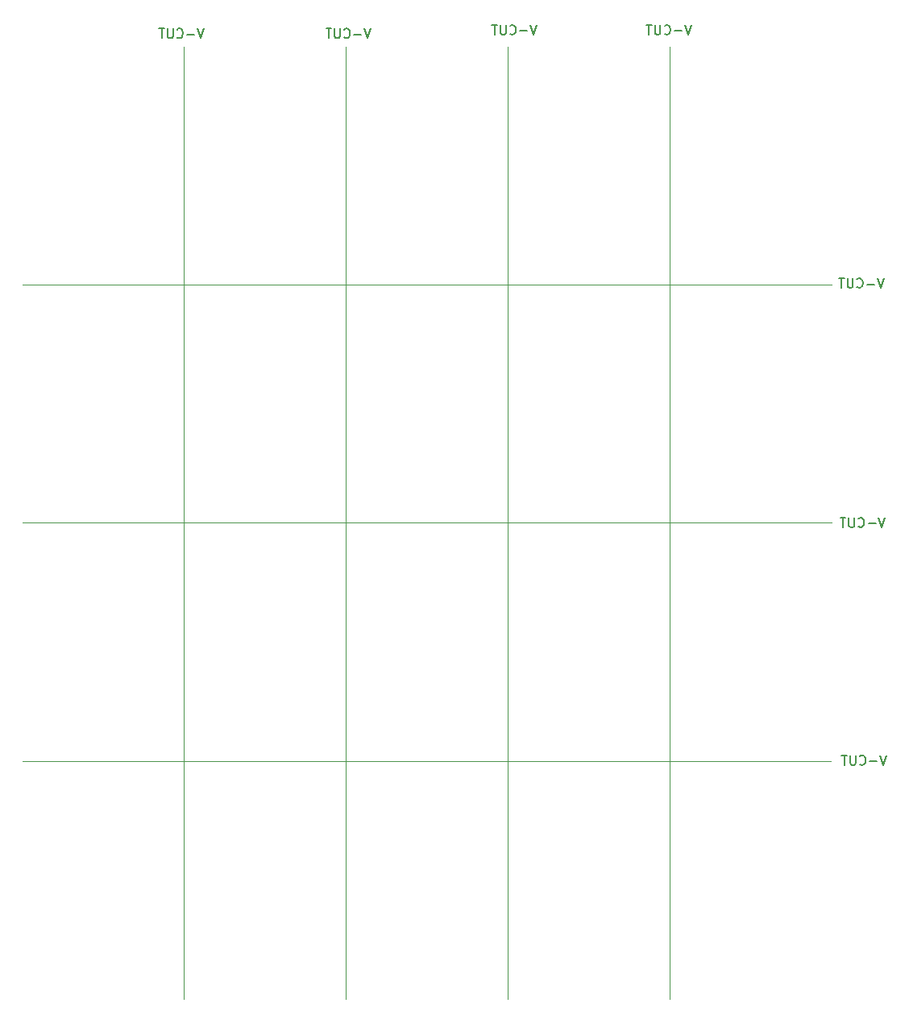
<source format=gbo>
G04 #@! TF.GenerationSoftware,KiCad,Pcbnew,(5.1.9)-1*
G04 #@! TF.CreationDate,2021-02-11T13:51:56+09:00*
G04 #@! TF.ProjectId,nixe-board-order,6e697865-2d62-46f6-9172-642d6f726465,rev?*
G04 #@! TF.SameCoordinates,Original*
G04 #@! TF.FileFunction,Legend,Bot*
G04 #@! TF.FilePolarity,Positive*
%FSLAX46Y46*%
G04 Gerber Fmt 4.6, Leading zero omitted, Abs format (unit mm)*
G04 Created by KiCad (PCBNEW (5.1.9)-1) date 2021-02-11 13:51:56*
%MOMM*%
%LPD*%
G01*
G04 APERTURE LIST*
%ADD10C,0.150000*%
%ADD11C,0.120000*%
G04 APERTURE END LIST*
D10*
X40017142Y-27142380D02*
X39683809Y-28142380D01*
X39350476Y-27142380D01*
X39017142Y-27761428D02*
X38255238Y-27761428D01*
X37207619Y-28047142D02*
X37255238Y-28094761D01*
X37398095Y-28142380D01*
X37493333Y-28142380D01*
X37636190Y-28094761D01*
X37731428Y-27999523D01*
X37779047Y-27904285D01*
X37826666Y-27713809D01*
X37826666Y-27570952D01*
X37779047Y-27380476D01*
X37731428Y-27285238D01*
X37636190Y-27190000D01*
X37493333Y-27142380D01*
X37398095Y-27142380D01*
X37255238Y-27190000D01*
X37207619Y-27237619D01*
X36779047Y-27142380D02*
X36779047Y-27951904D01*
X36731428Y-28047142D01*
X36683809Y-28094761D01*
X36588571Y-28142380D01*
X36398095Y-28142380D01*
X36302857Y-28094761D01*
X36255238Y-28047142D01*
X36207619Y-27951904D01*
X36207619Y-27142380D01*
X35874285Y-27142380D02*
X35302857Y-27142380D01*
X35588571Y-28142380D02*
X35588571Y-27142380D01*
X57577142Y-27142380D02*
X57243809Y-28142380D01*
X56910476Y-27142380D01*
X56577142Y-27761428D02*
X55815238Y-27761428D01*
X54767619Y-28047142D02*
X54815238Y-28094761D01*
X54958095Y-28142380D01*
X55053333Y-28142380D01*
X55196190Y-28094761D01*
X55291428Y-27999523D01*
X55339047Y-27904285D01*
X55386666Y-27713809D01*
X55386666Y-27570952D01*
X55339047Y-27380476D01*
X55291428Y-27285238D01*
X55196190Y-27190000D01*
X55053333Y-27142380D01*
X54958095Y-27142380D01*
X54815238Y-27190000D01*
X54767619Y-27237619D01*
X54339047Y-27142380D02*
X54339047Y-27951904D01*
X54291428Y-28047142D01*
X54243809Y-28094761D01*
X54148571Y-28142380D01*
X53958095Y-28142380D01*
X53862857Y-28094761D01*
X53815238Y-28047142D01*
X53767619Y-27951904D01*
X53767619Y-27142380D01*
X53434285Y-27142380D02*
X52862857Y-27142380D01*
X53148571Y-28142380D02*
X53148571Y-27142380D01*
X74997142Y-26782380D02*
X74663809Y-27782380D01*
X74330476Y-26782380D01*
X73997142Y-27401428D02*
X73235238Y-27401428D01*
X72187619Y-27687142D02*
X72235238Y-27734761D01*
X72378095Y-27782380D01*
X72473333Y-27782380D01*
X72616190Y-27734761D01*
X72711428Y-27639523D01*
X72759047Y-27544285D01*
X72806666Y-27353809D01*
X72806666Y-27210952D01*
X72759047Y-27020476D01*
X72711428Y-26925238D01*
X72616190Y-26830000D01*
X72473333Y-26782380D01*
X72378095Y-26782380D01*
X72235238Y-26830000D01*
X72187619Y-26877619D01*
X71759047Y-26782380D02*
X71759047Y-27591904D01*
X71711428Y-27687142D01*
X71663809Y-27734761D01*
X71568571Y-27782380D01*
X71378095Y-27782380D01*
X71282857Y-27734761D01*
X71235238Y-27687142D01*
X71187619Y-27591904D01*
X71187619Y-26782380D01*
X70854285Y-26782380D02*
X70282857Y-26782380D01*
X70568571Y-27782380D02*
X70568571Y-26782380D01*
X91227142Y-26782380D02*
X90893809Y-27782380D01*
X90560476Y-26782380D01*
X90227142Y-27401428D02*
X89465238Y-27401428D01*
X88417619Y-27687142D02*
X88465238Y-27734761D01*
X88608095Y-27782380D01*
X88703333Y-27782380D01*
X88846190Y-27734761D01*
X88941428Y-27639523D01*
X88989047Y-27544285D01*
X89036666Y-27353809D01*
X89036666Y-27210952D01*
X88989047Y-27020476D01*
X88941428Y-26925238D01*
X88846190Y-26830000D01*
X88703333Y-26782380D01*
X88608095Y-26782380D01*
X88465238Y-26830000D01*
X88417619Y-26877619D01*
X87989047Y-26782380D02*
X87989047Y-27591904D01*
X87941428Y-27687142D01*
X87893809Y-27734761D01*
X87798571Y-27782380D01*
X87608095Y-27782380D01*
X87512857Y-27734761D01*
X87465238Y-27687142D01*
X87417619Y-27591904D01*
X87417619Y-26782380D01*
X87084285Y-26782380D02*
X86512857Y-26782380D01*
X86798571Y-27782380D02*
X86798571Y-26782380D01*
X111447142Y-53372380D02*
X111113809Y-54372380D01*
X110780476Y-53372380D01*
X110447142Y-53991428D02*
X109685238Y-53991428D01*
X108637619Y-54277142D02*
X108685238Y-54324761D01*
X108828095Y-54372380D01*
X108923333Y-54372380D01*
X109066190Y-54324761D01*
X109161428Y-54229523D01*
X109209047Y-54134285D01*
X109256666Y-53943809D01*
X109256666Y-53800952D01*
X109209047Y-53610476D01*
X109161428Y-53515238D01*
X109066190Y-53420000D01*
X108923333Y-53372380D01*
X108828095Y-53372380D01*
X108685238Y-53420000D01*
X108637619Y-53467619D01*
X108209047Y-53372380D02*
X108209047Y-54181904D01*
X108161428Y-54277142D01*
X108113809Y-54324761D01*
X108018571Y-54372380D01*
X107828095Y-54372380D01*
X107732857Y-54324761D01*
X107685238Y-54277142D01*
X107637619Y-54181904D01*
X107637619Y-53372380D01*
X107304285Y-53372380D02*
X106732857Y-53372380D01*
X107018571Y-54372380D02*
X107018571Y-53372380D01*
X111597142Y-78502380D02*
X111263809Y-79502380D01*
X110930476Y-78502380D01*
X110597142Y-79121428D02*
X109835238Y-79121428D01*
X108787619Y-79407142D02*
X108835238Y-79454761D01*
X108978095Y-79502380D01*
X109073333Y-79502380D01*
X109216190Y-79454761D01*
X109311428Y-79359523D01*
X109359047Y-79264285D01*
X109406666Y-79073809D01*
X109406666Y-78930952D01*
X109359047Y-78740476D01*
X109311428Y-78645238D01*
X109216190Y-78550000D01*
X109073333Y-78502380D01*
X108978095Y-78502380D01*
X108835238Y-78550000D01*
X108787619Y-78597619D01*
X108359047Y-78502380D02*
X108359047Y-79311904D01*
X108311428Y-79407142D01*
X108263809Y-79454761D01*
X108168571Y-79502380D01*
X107978095Y-79502380D01*
X107882857Y-79454761D01*
X107835238Y-79407142D01*
X107787619Y-79311904D01*
X107787619Y-78502380D01*
X107454285Y-78502380D02*
X106882857Y-78502380D01*
X107168571Y-79502380D02*
X107168571Y-78502380D01*
X111747142Y-103462380D02*
X111413809Y-104462380D01*
X111080476Y-103462380D01*
X110747142Y-104081428D02*
X109985238Y-104081428D01*
X108937619Y-104367142D02*
X108985238Y-104414761D01*
X109128095Y-104462380D01*
X109223333Y-104462380D01*
X109366190Y-104414761D01*
X109461428Y-104319523D01*
X109509047Y-104224285D01*
X109556666Y-104033809D01*
X109556666Y-103890952D01*
X109509047Y-103700476D01*
X109461428Y-103605238D01*
X109366190Y-103510000D01*
X109223333Y-103462380D01*
X109128095Y-103462380D01*
X108985238Y-103510000D01*
X108937619Y-103557619D01*
X108509047Y-103462380D02*
X108509047Y-104271904D01*
X108461428Y-104367142D01*
X108413809Y-104414761D01*
X108318571Y-104462380D01*
X108128095Y-104462380D01*
X108032857Y-104414761D01*
X107985238Y-104367142D01*
X107937619Y-104271904D01*
X107937619Y-103462380D01*
X107604285Y-103462380D02*
X107032857Y-103462380D01*
X107318571Y-104462380D02*
X107318571Y-103462380D01*
D11*
X20940000Y-104050000D02*
X105930000Y-104050000D01*
X20940000Y-79050000D02*
X105940000Y-79050000D01*
X20940000Y-54050000D02*
X105940000Y-54060000D01*
X88940000Y-129050000D02*
X88940000Y-29050000D01*
X71940000Y-29050000D02*
X71940000Y-129050000D01*
X54940000Y-129050000D02*
X54940000Y-29050000D01*
X37940000Y-29050000D02*
X37940000Y-129050000D01*
M02*

</source>
